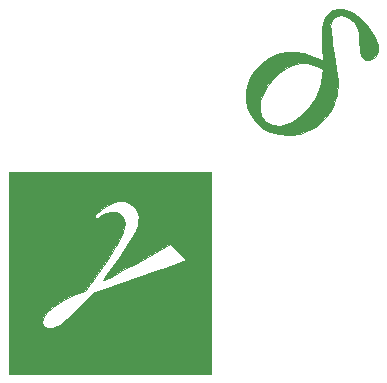
<source format=gto>
G04 #@! TF.GenerationSoftware,KiCad,Pcbnew,(5.1.9)-1*
G04 #@! TF.CreationDate,2021-03-26T23:54:28-07:00*
G04 #@! TF.ProjectId,mole-diamond-keychain-alt_rotated,6d6f6c65-2d64-4696-916d-6f6e642d6b65,A*
G04 #@! TF.SameCoordinates,PX6d9f5PYfff9260b*
G04 #@! TF.FileFunction,Legend,Top*
G04 #@! TF.FilePolarity,Positive*
%FSLAX46Y46*%
G04 Gerber Fmt 4.6, Leading zero omitted, Abs format (unit mm)*
G04 Created by KiCad (PCBNEW (5.1.9)-1) date 2021-03-26 23:54:28*
%MOMM*%
%LPD*%
G01*
G04 APERTURE LIST*
%ADD10C,0.010000*%
%ADD11C,5.702000*%
G04 APERTURE END LIST*
D10*
G36*
X30713397Y29911913D02*
G01*
X30852014Y29737738D01*
X31197695Y29227318D01*
X31457265Y28720789D01*
X31616490Y28251934D01*
X31661131Y27854535D01*
X31658980Y27822699D01*
X31566777Y27500123D01*
X31373772Y27236687D01*
X31116069Y27051751D01*
X30829776Y26964680D01*
X30550998Y26994831D01*
X30352050Y27121888D01*
X30240027Y27257179D01*
X30160679Y27423253D01*
X30107571Y27651924D01*
X30074270Y27975012D01*
X30054337Y28424332D01*
X30049295Y28618811D01*
X30015656Y29189091D01*
X29935328Y29626942D01*
X29794536Y29966037D01*
X29579507Y30240049D01*
X29290919Y30472808D01*
X28860596Y30698377D01*
X28465065Y30774894D01*
X28123028Y30709561D01*
X27853186Y30509577D01*
X27674240Y30182144D01*
X27608540Y29825035D01*
X27614949Y29622910D01*
X27647489Y29288674D01*
X27701859Y28856785D01*
X27773757Y28361709D01*
X27850403Y27887607D01*
X27993151Y27021995D01*
X28101038Y26298879D01*
X28174394Y25695118D01*
X28213555Y25187574D01*
X28218853Y24753106D01*
X28190620Y24368575D01*
X28129191Y24010842D01*
X28034897Y23656765D01*
X27916355Y23305931D01*
X27567357Y22583960D01*
X27087927Y21954119D01*
X26497670Y21430030D01*
X25816188Y21025317D01*
X25063085Y20753599D01*
X24257964Y20628502D01*
X24053720Y20621758D01*
X23226499Y20685605D01*
X22487376Y20890780D01*
X21841067Y21234766D01*
X21292289Y21715045D01*
X20845759Y22329100D01*
X20841817Y22335924D01*
X20560821Y22982220D01*
X20434293Y23655525D01*
X20453797Y24336634D01*
X20610896Y25006340D01*
X20897155Y25645438D01*
X21304135Y26234721D01*
X21562065Y26493147D01*
X22704328Y25350885D01*
X22240660Y24773096D01*
X21885111Y24151807D01*
X21793347Y23933477D01*
X21677279Y23513644D01*
X21626249Y23069414D01*
X21640974Y22653983D01*
X21722171Y22320547D01*
X21770374Y22226764D01*
X21880727Y22050116D01*
X21943666Y21943966D01*
X22070851Y21812143D01*
X22291262Y21660663D01*
X22540347Y21531344D01*
X22639419Y21493222D01*
X22859148Y21452963D01*
X23159896Y21436276D01*
X23326964Y21439560D01*
X23842044Y21540796D01*
X24385133Y21779988D01*
X24928450Y22135220D01*
X25444212Y22584569D01*
X25904637Y23106115D01*
X26281942Y23677938D01*
X26365324Y23836826D01*
X26633450Y24452051D01*
X26807066Y25050677D01*
X26912022Y25722223D01*
X26913348Y25734657D01*
X26961507Y26188850D01*
X26613531Y26375829D01*
X26142395Y26580018D01*
X25652251Y26709160D01*
X25205876Y26748530D01*
X25069075Y26738040D01*
X24458491Y26578749D01*
X23841801Y26278160D01*
X23247561Y25860722D01*
X22704328Y25350885D01*
X21562065Y26493147D01*
X21823402Y26754985D01*
X22446518Y27187023D01*
X23106162Y27490759D01*
X23828340Y27663580D01*
X24595717Y27679437D01*
X25393944Y27539884D01*
X26208672Y27246477D01*
X26455648Y27127932D01*
X26962819Y26870245D01*
X26916745Y28287744D01*
X26907029Y28792394D01*
X26910079Y29266802D01*
X26924753Y29672540D01*
X26949912Y29971176D01*
X26970047Y30084813D01*
X27167769Y30585371D01*
X27454063Y30952944D01*
X27814350Y31188837D01*
X28234049Y31294353D01*
X28698580Y31270797D01*
X29193360Y31119471D01*
X29703810Y30841679D01*
X30215349Y30438726D01*
X30713397Y29911913D01*
G37*
X30713397Y29911913D02*
X30852014Y29737738D01*
X31197695Y29227318D01*
X31457265Y28720789D01*
X31616490Y28251934D01*
X31661131Y27854535D01*
X31658980Y27822699D01*
X31566777Y27500123D01*
X31373772Y27236687D01*
X31116069Y27051751D01*
X30829776Y26964680D01*
X30550998Y26994831D01*
X30352050Y27121888D01*
X30240027Y27257179D01*
X30160679Y27423253D01*
X30107571Y27651924D01*
X30074270Y27975012D01*
X30054337Y28424332D01*
X30049295Y28618811D01*
X30015656Y29189091D01*
X29935328Y29626942D01*
X29794536Y29966037D01*
X29579507Y30240049D01*
X29290919Y30472808D01*
X28860596Y30698377D01*
X28465065Y30774894D01*
X28123028Y30709561D01*
X27853186Y30509577D01*
X27674240Y30182144D01*
X27608540Y29825035D01*
X27614949Y29622910D01*
X27647489Y29288674D01*
X27701859Y28856785D01*
X27773757Y28361709D01*
X27850403Y27887607D01*
X27993151Y27021995D01*
X28101038Y26298879D01*
X28174394Y25695118D01*
X28213555Y25187574D01*
X28218853Y24753106D01*
X28190620Y24368575D01*
X28129191Y24010842D01*
X28034897Y23656765D01*
X27916355Y23305931D01*
X27567357Y22583960D01*
X27087927Y21954119D01*
X26497670Y21430030D01*
X25816188Y21025317D01*
X25063085Y20753599D01*
X24257964Y20628502D01*
X24053720Y20621758D01*
X23226499Y20685605D01*
X22487376Y20890780D01*
X21841067Y21234766D01*
X21292289Y21715045D01*
X20845759Y22329100D01*
X20841817Y22335924D01*
X20560821Y22982220D01*
X20434293Y23655525D01*
X20453797Y24336634D01*
X20610896Y25006340D01*
X20897155Y25645438D01*
X21304135Y26234721D01*
X21562065Y26493147D01*
X22704328Y25350885D01*
X22240660Y24773096D01*
X21885111Y24151807D01*
X21793347Y23933477D01*
X21677279Y23513644D01*
X21626249Y23069414D01*
X21640974Y22653983D01*
X21722171Y22320547D01*
X21770374Y22226764D01*
X21880727Y22050116D01*
X21943666Y21943966D01*
X22070851Y21812143D01*
X22291262Y21660663D01*
X22540347Y21531344D01*
X22639419Y21493222D01*
X22859148Y21452963D01*
X23159896Y21436276D01*
X23326964Y21439560D01*
X23842044Y21540796D01*
X24385133Y21779988D01*
X24928450Y22135220D01*
X25444212Y22584569D01*
X25904637Y23106115D01*
X26281942Y23677938D01*
X26365324Y23836826D01*
X26633450Y24452051D01*
X26807066Y25050677D01*
X26912022Y25722223D01*
X26913348Y25734657D01*
X26961507Y26188850D01*
X26613531Y26375829D01*
X26142395Y26580018D01*
X25652251Y26709160D01*
X25205876Y26748530D01*
X25069075Y26738040D01*
X24458491Y26578749D01*
X23841801Y26278160D01*
X23247561Y25860722D01*
X22704328Y25350885D01*
X21562065Y26493147D01*
X21823402Y26754985D01*
X22446518Y27187023D01*
X23106162Y27490759D01*
X23828340Y27663580D01*
X24595717Y27679437D01*
X25393944Y27539884D01*
X26208672Y27246477D01*
X26455648Y27127932D01*
X26962819Y26870245D01*
X26916745Y28287744D01*
X26907029Y28792394D01*
X26910079Y29266802D01*
X26924753Y29672540D01*
X26949912Y29971176D01*
X26970047Y30084813D01*
X27167769Y30585371D01*
X27454063Y30952944D01*
X27814350Y31188837D01*
X28234049Y31294353D01*
X28698580Y31270797D01*
X29193360Y31119471D01*
X29703810Y30841679D01*
X30215349Y30438726D01*
X30713397Y29911913D01*
G36*
X17541434Y8980556D02*
G01*
X17541119Y419483D01*
X8979942Y419482D01*
X418764Y419483D01*
X419078Y8980556D01*
X419392Y17541629D01*
X4288636Y17541629D01*
X7831762Y13998504D01*
X7675720Y13824176D01*
X7635715Y13711901D01*
X7686288Y13627153D01*
X7788479Y13578565D01*
X7935188Y13627741D01*
X8124630Y13754749D01*
X8594573Y14033575D01*
X9029879Y14152892D01*
X9424126Y14112754D01*
X9770891Y13913212D01*
X9935466Y13740045D01*
X10105188Y13463015D01*
X10178655Y13160691D01*
X10152477Y12810872D01*
X10023266Y12391357D01*
X9787633Y11879945D01*
X9597670Y11526743D01*
X9387626Y11170876D01*
X9097990Y10708868D01*
X8749069Y10171306D01*
X8361172Y9588776D01*
X7954601Y8991865D01*
X7549665Y8411157D01*
X7260436Y8006299D01*
X6858418Y7450423D01*
X6087188Y7144023D01*
X5336933Y6817872D01*
X4709410Y6476527D01*
X4158662Y6090045D01*
X3638730Y5628489D01*
X3419422Y5406019D01*
X3234785Y5119850D01*
X3187727Y4826572D01*
X3263669Y4562014D01*
X3448028Y4362002D01*
X3726222Y4262364D01*
X3885681Y4260436D01*
X4097746Y4288288D01*
X4294956Y4342289D01*
X4496504Y4436463D01*
X4721588Y4584830D01*
X4989402Y4801413D01*
X5319144Y5100232D01*
X5730008Y5495312D01*
X6166922Y5926789D01*
X7517933Y7269854D01*
X10621855Y8356719D01*
X11350145Y8611987D01*
X12061477Y8861780D01*
X12732142Y9097738D01*
X13338428Y9311501D01*
X13856624Y9494709D01*
X14263019Y9639002D01*
X14533901Y9736018D01*
X14539046Y9737879D01*
X15352315Y10032174D01*
X14006458Y11378031D01*
X11365106Y9918400D01*
X10743742Y9575803D01*
X10160886Y9255909D01*
X9635202Y8968852D01*
X9185352Y8724761D01*
X8830000Y8533769D01*
X8587808Y8406008D01*
X8483682Y8354177D01*
X8409763Y8330795D01*
X8385032Y8354157D01*
X8418838Y8439841D01*
X8520533Y8603429D01*
X8699464Y8860497D01*
X8964984Y9226625D01*
X9194923Y9539270D01*
X9708039Y10251349D01*
X10169643Y10924638D01*
X10568360Y11540926D01*
X10892812Y12081999D01*
X11131622Y12529645D01*
X11273417Y12865651D01*
X11274197Y12868049D01*
X11352091Y13250243D01*
X11361322Y13655809D01*
X11304758Y14020041D01*
X11213390Y14239239D01*
X11101707Y14418260D01*
X11038412Y14526269D01*
X10906723Y14659892D01*
X10672949Y14812778D01*
X10396204Y14952347D01*
X10135607Y15046014D01*
X10069608Y15060259D01*
X9694531Y15051827D01*
X9250334Y14927263D01*
X8772655Y14703474D01*
X8297130Y14397367D01*
X7859397Y14025853D01*
X7831762Y13998504D01*
X4288636Y17541629D01*
X17541748Y17541629D01*
X17541434Y8980556D01*
G37*
X17541434Y8980556D02*
X17541119Y419483D01*
X8979942Y419482D01*
X418764Y419483D01*
X419078Y8980556D01*
X419392Y17541629D01*
X4288636Y17541629D01*
X7831762Y13998504D01*
X7675720Y13824176D01*
X7635715Y13711901D01*
X7686288Y13627153D01*
X7788479Y13578565D01*
X7935188Y13627741D01*
X8124630Y13754749D01*
X8594573Y14033575D01*
X9029879Y14152892D01*
X9424126Y14112754D01*
X9770891Y13913212D01*
X9935466Y13740045D01*
X10105188Y13463015D01*
X10178655Y13160691D01*
X10152477Y12810872D01*
X10023266Y12391357D01*
X9787633Y11879945D01*
X9597670Y11526743D01*
X9387626Y11170876D01*
X9097990Y10708868D01*
X8749069Y10171306D01*
X8361172Y9588776D01*
X7954601Y8991865D01*
X7549665Y8411157D01*
X7260436Y8006299D01*
X6858418Y7450423D01*
X6087188Y7144023D01*
X5336933Y6817872D01*
X4709410Y6476527D01*
X4158662Y6090045D01*
X3638730Y5628489D01*
X3419422Y5406019D01*
X3234785Y5119850D01*
X3187727Y4826572D01*
X3263669Y4562014D01*
X3448028Y4362002D01*
X3726222Y4262364D01*
X3885681Y4260436D01*
X4097746Y4288288D01*
X4294956Y4342289D01*
X4496504Y4436463D01*
X4721588Y4584830D01*
X4989402Y4801413D01*
X5319144Y5100232D01*
X5730008Y5495312D01*
X6166922Y5926789D01*
X7517933Y7269854D01*
X10621855Y8356719D01*
X11350145Y8611987D01*
X12061477Y8861780D01*
X12732142Y9097738D01*
X13338428Y9311501D01*
X13856624Y9494709D01*
X14263019Y9639002D01*
X14533901Y9736018D01*
X14539046Y9737879D01*
X15352315Y10032174D01*
X14006458Y11378031D01*
X11365106Y9918400D01*
X10743742Y9575803D01*
X10160886Y9255909D01*
X9635202Y8968852D01*
X9185352Y8724761D01*
X8830000Y8533769D01*
X8587808Y8406008D01*
X8483682Y8354177D01*
X8409763Y8330795D01*
X8385032Y8354157D01*
X8418838Y8439841D01*
X8520533Y8603429D01*
X8699464Y8860497D01*
X8964984Y9226625D01*
X9194923Y9539270D01*
X9708039Y10251349D01*
X10169643Y10924638D01*
X10568360Y11540926D01*
X10892812Y12081999D01*
X11131622Y12529645D01*
X11273417Y12865651D01*
X11274197Y12868049D01*
X11352091Y13250243D01*
X11361322Y13655809D01*
X11304758Y14020041D01*
X11213390Y14239239D01*
X11101707Y14418260D01*
X11038412Y14526269D01*
X10906723Y14659892D01*
X10672949Y14812778D01*
X10396204Y14952347D01*
X10135607Y15046014D01*
X10069608Y15060259D01*
X9694531Y15051827D01*
X9250334Y14927263D01*
X8772655Y14703474D01*
X8297130Y14397367D01*
X7859397Y14025853D01*
X7831762Y13998504D01*
X4288636Y17541629D01*
X17541748Y17541629D01*
X17541434Y8980556D01*
%LPC*%
G36*
X11038412Y31648624D02*
G01*
X11117105Y31515357D01*
X11213389Y31361594D01*
X11320827Y31077625D01*
X11364777Y30700245D01*
X11342373Y30294159D01*
X11274197Y29990403D01*
X11133303Y29655457D01*
X10895293Y29208710D01*
X10571542Y28668376D01*
X10173428Y28052669D01*
X9712325Y27379800D01*
X9199611Y26667981D01*
X9194923Y26661624D01*
X8866432Y26214067D01*
X8630766Y25885962D01*
X8478576Y25661734D01*
X8400512Y25525802D01*
X8387224Y25462586D01*
X8429363Y25456510D01*
X8483681Y25476533D01*
X8612260Y25541052D01*
X8870233Y25677615D01*
X9238939Y25876090D01*
X9699714Y26126345D01*
X10233893Y26418248D01*
X10822816Y26741670D01*
X11365106Y27040755D01*
X14006459Y28500386D01*
X15352316Y27154529D01*
X14539046Y26860234D01*
X14272099Y26764591D01*
X13869007Y26621450D01*
X13353482Y26439171D01*
X12749236Y26226113D01*
X12079978Y25990637D01*
X11369422Y25741105D01*
X10641276Y25485875D01*
X10621855Y25479074D01*
X7517933Y24392210D01*
X6166922Y23049144D01*
X5670152Y22559219D01*
X5271153Y22177715D01*
X4950731Y21890611D01*
X4689689Y21683884D01*
X4468832Y21543512D01*
X4268962Y21455474D01*
X4070887Y21405748D01*
X3885680Y21382792D01*
X3553355Y21420742D01*
X3321342Y21589221D01*
X3206738Y21872844D01*
X3197515Y22001927D01*
X3270018Y22321931D01*
X3419423Y22528375D01*
X3940096Y23030212D01*
X4472365Y23444450D01*
X5062185Y23801030D01*
X5755516Y24129894D01*
X6087188Y24266377D01*
X6858418Y24572778D01*
X7260435Y25128654D01*
X7650905Y25677307D01*
X8058174Y26265007D01*
X8461937Y26861170D01*
X8841888Y27435208D01*
X9177719Y27956534D01*
X9449126Y28394562D01*
X9597671Y28649098D01*
X9897573Y29225029D01*
X10089058Y29695985D01*
X10175514Y30084169D01*
X10160329Y30411781D01*
X10046893Y30701023D01*
X9935466Y30862400D01*
X9616884Y31147629D01*
X9247370Y31273482D01*
X8833343Y31239907D01*
X8381225Y31046852D01*
X8124631Y30877104D01*
X7908300Y30735799D01*
X7771019Y30702308D01*
X7686288Y30749508D01*
X7635014Y30842622D01*
X7684417Y30958579D01*
X7831761Y31120859D01*
X8265611Y31496226D01*
X8739688Y31807340D01*
X9218354Y32037293D01*
X9665974Y32169175D01*
X10046909Y32186081D01*
X10069608Y32182614D01*
X10313896Y32109003D01*
X10592008Y31979747D01*
X10844828Y31827428D01*
X11013242Y31684630D01*
X11038412Y31648624D01*
G37*
X11038412Y31648624D02*
X11117105Y31515357D01*
X11213389Y31361594D01*
X11320827Y31077625D01*
X11364777Y30700245D01*
X11342373Y30294159D01*
X11274197Y29990403D01*
X11133303Y29655457D01*
X10895293Y29208710D01*
X10571542Y28668376D01*
X10173428Y28052669D01*
X9712325Y27379800D01*
X9199611Y26667981D01*
X9194923Y26661624D01*
X8866432Y26214067D01*
X8630766Y25885962D01*
X8478576Y25661734D01*
X8400512Y25525802D01*
X8387224Y25462586D01*
X8429363Y25456510D01*
X8483681Y25476533D01*
X8612260Y25541052D01*
X8870233Y25677615D01*
X9238939Y25876090D01*
X9699714Y26126345D01*
X10233893Y26418248D01*
X10822816Y26741670D01*
X11365106Y27040755D01*
X14006459Y28500386D01*
X15352316Y27154529D01*
X14539046Y26860234D01*
X14272099Y26764591D01*
X13869007Y26621450D01*
X13353482Y26439171D01*
X12749236Y26226113D01*
X12079978Y25990637D01*
X11369422Y25741105D01*
X10641276Y25485875D01*
X10621855Y25479074D01*
X7517933Y24392210D01*
X6166922Y23049144D01*
X5670152Y22559219D01*
X5271153Y22177715D01*
X4950731Y21890611D01*
X4689689Y21683884D01*
X4468832Y21543512D01*
X4268962Y21455474D01*
X4070887Y21405748D01*
X3885680Y21382792D01*
X3553355Y21420742D01*
X3321342Y21589221D01*
X3206738Y21872844D01*
X3197515Y22001927D01*
X3270018Y22321931D01*
X3419423Y22528375D01*
X3940096Y23030212D01*
X4472365Y23444450D01*
X5062185Y23801030D01*
X5755516Y24129894D01*
X6087188Y24266377D01*
X6858418Y24572778D01*
X7260435Y25128654D01*
X7650905Y25677307D01*
X8058174Y26265007D01*
X8461937Y26861170D01*
X8841888Y27435208D01*
X9177719Y27956534D01*
X9449126Y28394562D01*
X9597671Y28649098D01*
X9897573Y29225029D01*
X10089058Y29695985D01*
X10175514Y30084169D01*
X10160329Y30411781D01*
X10046893Y30701023D01*
X9935466Y30862400D01*
X9616884Y31147629D01*
X9247370Y31273482D01*
X8833343Y31239907D01*
X8381225Y31046852D01*
X8124631Y30877104D01*
X7908300Y30735799D01*
X7771019Y30702308D01*
X7686288Y30749508D01*
X7635014Y30842622D01*
X7684417Y30958579D01*
X7831761Y31120859D01*
X8265611Y31496226D01*
X8739688Y31807340D01*
X9218354Y32037293D01*
X9665974Y32169175D01*
X10046909Y32186081D01*
X10069608Y32182614D01*
X10313896Y32109003D01*
X10592008Y31979747D01*
X10844828Y31827428D01*
X11013242Y31684630D01*
X11038412Y31648624D01*
G36*
X34603816Y8980346D02*
G01*
X34603815Y419065D01*
X26072468Y419378D01*
X17541120Y419690D01*
X17541433Y8980660D01*
X17541747Y17541628D01*
X34603815Y17541628D01*
X34603816Y8980346D01*
G37*
X34603816Y8980346D02*
X34603815Y419065D01*
X26072468Y419378D01*
X17541120Y419690D01*
X17541433Y8980660D01*
X17541747Y17541628D01*
X34603815Y17541628D01*
X34603816Y8980346D01*
D11*
X37268063Y37268070D03*
M02*

</source>
